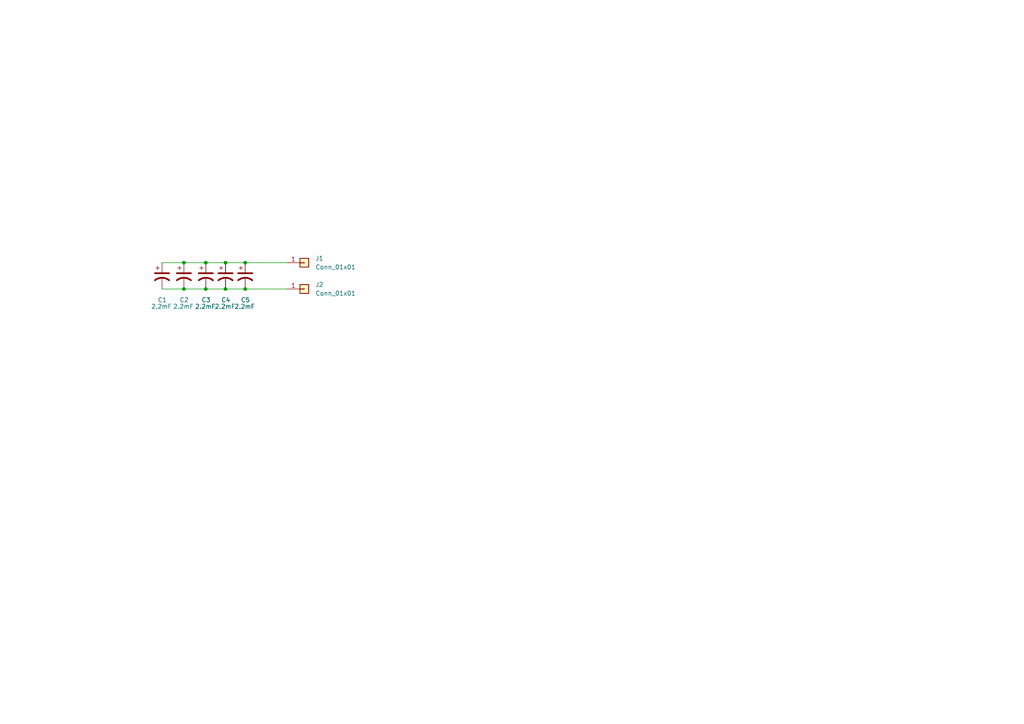
<source format=kicad_sch>
(kicad_sch (version 20211123) (generator eeschema)
  (paper "A4")
  (lib_symbols
    (symbol "Connector_Generic:Conn_01x01" (pin_names (offset 1.016) hide)
      (property "Reference" "J" (at 0 2.54 0))
      (property "Value" "Conn_01x01" (at 0 -2.54 0))
      (symbol "Conn_01x01_1_1"
        (rectangle (start -1.27 0.127) (end 0 -0.127) (stroke (width 0.1524)))
        (rectangle (start -1.27 1.27) (end 1.27 -1.27) (stroke (width 0.254)) (fill (type background)))
        (pin passive line (at -5.08 0 0) (length 3.81) (name "Pin_1") (number "1"))
      )
    )
    (symbol "Device:C_Polarized_US" (pin_numbers hide) (pin_names (offset 0.254) hide)
      (property "Reference" "C" (at 0.635 2.54 0))
      (property "Value" "C_Polarized_US" (at 0.635 -2.54 0))
      (symbol "C_Polarized_US_0_1"
        (polyline (pts (xy -2.032 0.762) (xy 2.032 0.762)) (stroke (width 0.508)))
        (polyline (pts (xy -1.778 2.286) (xy -0.762 2.286)))
        (polyline (pts (xy -1.27 1.778) (xy -1.27 2.794)))
        (arc (start 2.032 -1.27) (mid 0 -0.5572) (end -2.032 -1.27) (stroke (width 0.508)))
      )
      (symbol "C_Polarized_US_1_1"
        (pin passive line (at 0 3.81 270) (length 2.794) (name "~") (number "1"))
        (pin passive line (at 0 -3.81 90) (length 3.302) (name "~") (number "2"))
      )
    )
  )
  (junction (at 59.69 76.2))
  (junction (at 53.34 76.2))
  (junction (at 71.12 83.82))
  (junction (at 65.405 83.82))
  (junction (at 53.34 83.82))
  (junction (at 71.12 76.2))
  (junction (at 59.69 83.82))
  (junction (at 65.405 76.2))
  (wire (pts (xy 59.69 76.2) (xy 65.405 76.2)))
  (wire (pts (xy 53.34 83.82) (xy 59.69 83.82)))
  (wire (pts (xy 65.405 76.2) (xy 71.12 76.2)))
  (wire (pts (xy 71.12 83.82) (xy 83.185 83.82)))
  (wire (pts (xy 65.405 83.82) (xy 71.12 83.82)))
  (wire (pts (xy 59.69 83.82) (xy 65.405 83.82)))
  (wire (pts (xy 71.12 76.2) (xy 83.185 76.2)))
  (wire (pts (xy 46.99 76.2) (xy 53.34 76.2)))
  (wire (pts (xy 46.99 83.82) (xy 53.34 83.82)))
  (wire (pts (xy 53.34 76.2) (xy 59.69 76.2)))
  (symbol (lib_id "Device:C_Polarized_US") (at 71.12 80.01 0) (unit 1)
    (property "Reference" "C5" (at 69.85 86.995 0) (effects (justify left)))
    (property "Value" "2.2mF" (at 67.945 88.9 0) (effects (justify left)))
    (property "Footprint" "tegsense-libs:C_2824_7260-20" (effects hide))
  )
  (symbol (lib_id "Device:C_Polarized_US") (at 65.405 80.01 0) (unit 1)
    (property "Reference" "C4" (at 64.135 86.995 0) (effects (justify left)))
    (property "Value" "2.2mF" (at 62.23 88.9 0) (effects (justify left)))
    (property "Footprint" "tegsense-libs:C_2824_7260-20" (effects hide))
  )
  (symbol (lib_id "Connector_Generic:Conn_01x01") (at 88.265 76.2 0) (unit 1)
    (property "Reference" "J1" (at 91.44 74.9299 0) (effects (justify left)))
    (property "Value" "Conn_01x01" (at 91.44 77.4699 0) (effects (justify left)))
    (property "Footprint" "Connector_Pin:Pin_D1.3mm_L11.0mm_LooseFit" (effects hide))
  )
  (symbol (lib_id "Connector_Generic:Conn_01x01") (at 88.265 83.82 0) (unit 1)
    (property "Reference" "J2" (at 91.44 82.5499 0) (effects (justify left)))
    (property "Value" "Conn_01x01" (at 91.44 85.0899 0) (effects (justify left)))
    (property "Footprint" "Connector_Pin:Pin_D1.3mm_L11.0mm_LooseFit" (effects hide))
  )
  (symbol (lib_id "Device:C_Polarized_US") (at 53.34 80.01 0) (unit 1)
    (property "Reference" "C2" (at 52.07 86.995 0) (effects (justify left)))
    (property "Value" "2.2mF" (at 50.165 88.9 0) (effects (justify left)))
    (property "Footprint" "tegsense-libs:C_2824_7260-20" (effects hide))
  )
  (symbol (lib_id "Device:C_Polarized_US") (at 46.99 80.01 0) (unit 1)
    (property "Reference" "C1" (at 45.72 86.995 0) (effects (justify left)))
    (property "Value" "2.2mF" (at 43.815 88.9 0) (effects (justify left)))
    (property "Footprint" "tegsense-libs:C_2824_7260-20" (effects hide))
  )
  (symbol (lib_id "Device:C_Polarized_US") (at 59.69 80.01 0) (unit 1)
    (property "Reference" "C3" (at 58.42 86.995 0) (effects (justify left)))
    (property "Value" "2.2mF" (at 56.515 88.9 0) (effects (justify left)))
    (property "Footprint" "tegsense-libs:C_2824_7260-20" (effects hide))
  )
)
</source>
